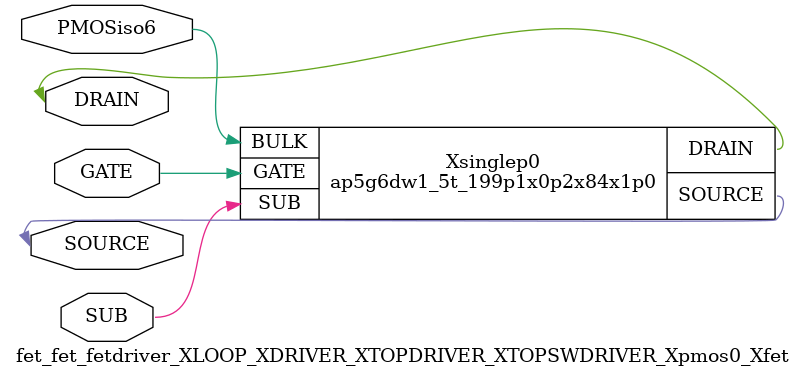
<source format=v>

module ap5g6dw1_5t_199p1x0p2x84x1p0 (DRAIN,GATE,SOURCE,BULK,SUB);
  input GATE;
  input BULK;
  input SUB;
  inout SOURCE;
  inout DRAIN;
endmodule

//Celera Confidential Do Not Copy fet_fet_fetdriver_XLOOP_XDRIVER_XTOPDRIVER_XTOPSWDRIVER_Xpmos0_Xfet
//Celera Confidential Symbol Generator
//power PMOS:Ron:1.000 Ohm
//Vgs 6V Vds 6V
//Kelvin:no

module fet_fet_fetdriver_XLOOP_XDRIVER_XTOPDRIVER_XTOPSWDRIVER_Xpmos0_Xfet (GATE,SOURCE,DRAIN,PMOSiso6,SUB);
input GATE;
inout SOURCE;
inout DRAIN;
input SUB;
input PMOSiso6;

//Celera Confidential Do Not Copy ap5g6dw1_5t_199p1x0p2x84x1p0
ap5g6dw1_5t_199p1x0p2x84x1p0 Xsinglep0(
.DRAIN (DRAIN),
.GATE (GATE),
.SOURCE (SOURCE),
.BULK (PMOSiso6),
.SUB (SUB)
);
//,diesize,ap5g6dw1_5t_199p1x0p2x84x1p0

//Celera Confidential Do Not Copy Module End
//Celera Schematic Generator
endmodule

</source>
